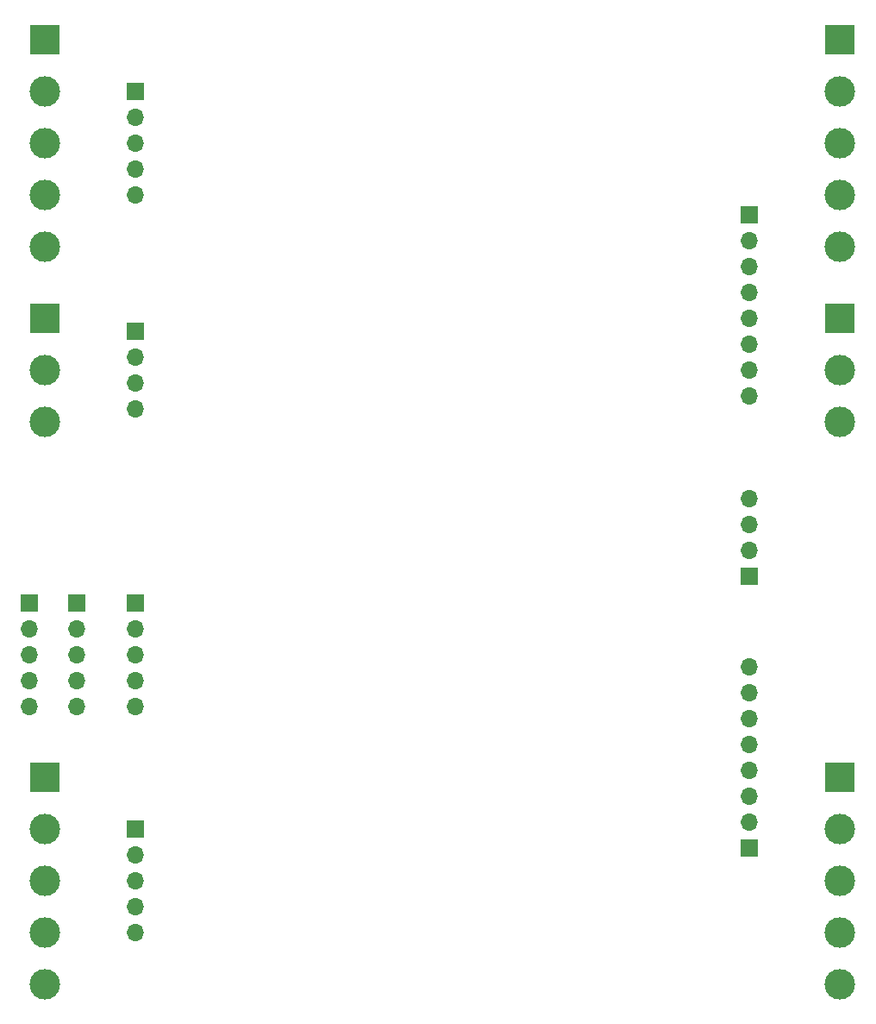
<source format=gbs>
G04 #@! TF.GenerationSoftware,KiCad,Pcbnew,(6.0.0)*
G04 #@! TF.CreationDate,2022-08-19T13:46:40+02:00*
G04 #@! TF.ProjectId,bottom,626f7474-6f6d-42e6-9b69-6361645f7063,rev?*
G04 #@! TF.SameCoordinates,Original*
G04 #@! TF.FileFunction,Soldermask,Bot*
G04 #@! TF.FilePolarity,Negative*
%FSLAX46Y46*%
G04 Gerber Fmt 4.6, Leading zero omitted, Abs format (unit mm)*
G04 Created by KiCad (PCBNEW (6.0.0)) date 2022-08-19 13:46:40*
%MOMM*%
%LPD*%
G01*
G04 APERTURE LIST*
%ADD10R,3.000000X3.000000*%
%ADD11C,3.000000*%
%ADD12R,1.700000X1.700000*%
%ADD13O,1.700000X1.700000*%
G04 APERTURE END LIST*
D10*
X104140000Y-55245000D03*
D11*
X104140000Y-60325000D03*
X104140000Y-65405000D03*
X104140000Y-70485000D03*
X104140000Y-75565000D03*
D10*
X104140000Y-82550000D03*
D11*
X104140000Y-87630000D03*
X104140000Y-92710000D03*
D12*
X113030000Y-132715000D03*
D13*
X113030000Y-135255000D03*
X113030000Y-137795000D03*
X113030000Y-140335000D03*
X113030000Y-142875000D03*
D12*
X102665000Y-110490000D03*
D13*
X102665000Y-113030000D03*
X102665000Y-115570000D03*
X102665000Y-118110000D03*
X102665000Y-120650000D03*
D10*
X182245000Y-127635000D03*
D11*
X182245000Y-132715000D03*
X182245000Y-137795000D03*
X182245000Y-142875000D03*
X182245000Y-147955000D03*
D12*
X173355000Y-107940000D03*
D13*
X173355000Y-105400000D03*
X173355000Y-102860000D03*
X173355000Y-100320000D03*
D10*
X182245000Y-82550000D03*
D11*
X182245000Y-87630000D03*
X182245000Y-92710000D03*
D10*
X104140000Y-127635000D03*
D11*
X104140000Y-132715000D03*
X104140000Y-137795000D03*
X104140000Y-142875000D03*
X104140000Y-147955000D03*
D12*
X113030000Y-83820000D03*
D13*
X113030000Y-86360000D03*
X113030000Y-88900000D03*
X113030000Y-91440000D03*
D12*
X113030000Y-60325000D03*
D13*
X113030000Y-62865000D03*
X113030000Y-65405000D03*
X113030000Y-67945000D03*
X113030000Y-70485000D03*
D12*
X173355000Y-134605000D03*
D13*
X173355000Y-132065000D03*
X173355000Y-129525000D03*
X173355000Y-126985000D03*
X173355000Y-124445000D03*
X173355000Y-121905000D03*
X173355000Y-119365000D03*
X173355000Y-116825000D03*
D12*
X173355000Y-72390000D03*
D13*
X173355000Y-74930000D03*
X173355000Y-77470000D03*
X173355000Y-80010000D03*
X173355000Y-82550000D03*
X173355000Y-85090000D03*
X173355000Y-87630000D03*
X173355000Y-90170000D03*
D12*
X107315000Y-110490000D03*
D13*
X107315000Y-113030000D03*
X107315000Y-115570000D03*
X107315000Y-118110000D03*
X107315000Y-120650000D03*
D12*
X113030000Y-110490000D03*
D13*
X113030000Y-113030000D03*
X113030000Y-115570000D03*
X113030000Y-118110000D03*
X113030000Y-120650000D03*
D10*
X182245000Y-55245000D03*
D11*
X182245000Y-60325000D03*
X182245000Y-65405000D03*
X182245000Y-70485000D03*
X182245000Y-75565000D03*
M02*

</source>
